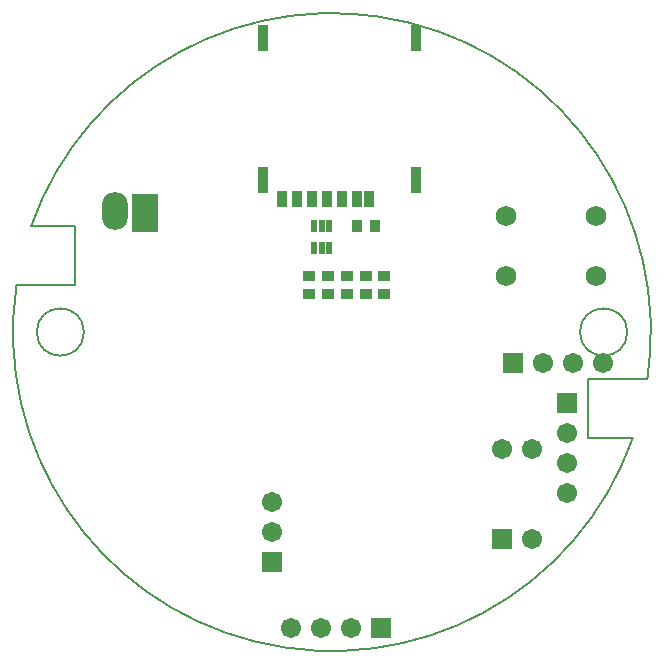
<source format=gbs>
%FSLAX25Y25*%
%MOIN*%
G70*
G01*
G75*
G04 Layer_Color=16711935*
%ADD10R,0.02756X0.03347*%
%ADD11R,0.03347X0.02756*%
%ADD12R,0.03937X0.03150*%
%ADD13R,0.07874X0.06000*%
%ADD14R,0.07000X0.03150*%
%ADD15O,0.07087X0.02362*%
%ADD16O,0.02362X0.07087*%
%ADD17R,0.03937X0.02362*%
%ADD18R,0.02362X0.03937*%
%ADD19R,0.01181X0.02165*%
%ADD20R,0.01181X0.03150*%
%ADD21R,0.02165X0.01181*%
%ADD22R,0.03150X0.01181*%
%ADD23O,0.05500X0.02500*%
%ADD24R,0.05500X0.02500*%
%ADD25R,0.08661X0.11811*%
%ADD26O,0.02500X0.05500*%
%ADD27R,0.02500X0.05500*%
%ADD28O,0.03543X0.01969*%
%ADD29R,0.03543X0.01969*%
%ADD30O,0.03543X0.01969*%
%ADD31C,0.01000*%
%ADD32C,0.00800*%
%ADD33C,0.03000*%
%ADD34C,0.02000*%
%ADD35C,0.04000*%
%ADD36C,0.05000*%
%ADD37C,0.06000*%
%ADD38C,0.00600*%
%ADD39C,0.02500*%
%ADD40C,0.00500*%
%ADD41C,0.06000*%
%ADD42R,0.05906X0.05906*%
%ADD43C,0.05906*%
%ADD44R,0.05906X0.05906*%
%ADD45O,0.07874X0.11811*%
%ADD46R,0.07874X0.11811*%
%ADD47C,0.03000*%
%ADD48C,0.02000*%
%ADD49C,0.05000*%
%ADD50R,0.02559X0.04843*%
%ADD51R,0.02756X0.08268*%
%ADD52R,0.01575X0.03347*%
%ADD53C,0.07000*%
%ADD54C,0.02362*%
%ADD55C,0.00984*%
%ADD56C,0.00787*%
%ADD57R,0.01575X0.11811*%
%ADD58R,0.03556X0.04147*%
%ADD59R,0.04147X0.03556*%
%ADD60R,0.04737X0.03950*%
%ADD61R,0.08674X0.06800*%
%ADD62R,0.07800X0.03950*%
%ADD63O,0.07887X0.03162*%
%ADD64O,0.03162X0.07887*%
%ADD65R,0.04737X0.03162*%
%ADD66R,0.03162X0.04737*%
%ADD67R,0.01981X0.02965*%
%ADD68R,0.01981X0.03950*%
%ADD69R,0.02965X0.01981*%
%ADD70R,0.03950X0.01981*%
%ADD71O,0.06300X0.03300*%
%ADD72R,0.06300X0.03300*%
%ADD73R,0.09461X0.12611*%
%ADD74O,0.03300X0.06300*%
%ADD75R,0.03300X0.06300*%
%ADD76O,0.04343X0.02769*%
%ADD77R,0.04343X0.02769*%
%ADD78O,0.04343X0.02769*%
%ADD79C,0.06800*%
%ADD80R,0.06706X0.06706*%
%ADD81C,0.06706*%
%ADD82R,0.06706X0.06706*%
%ADD83O,0.08674X0.12611*%
%ADD84R,0.08674X0.12611*%
%ADD85R,0.03359X0.05643*%
%ADD86R,0.03556X0.09068*%
%ADD87R,0.02375X0.04147*%
D40*
X98425Y49D02*
G03*
X98425Y0I-7874J-49D01*
G01*
X-82677Y49D02*
G03*
X-82677Y0I-7874J-49D01*
G01*
X-105128Y15737D02*
G03*
X100221Y-35430I105128J-15737D01*
G01*
X105123Y-15766D02*
G03*
X-100244Y35364I-105123J15766D01*
G01*
X85315Y-15748D02*
X105000D01*
X85315Y-35433D02*
X100229D01*
X85315Y-35348D02*
Y-15748D01*
X-85515Y15748D02*
Y35348D01*
X-100199D02*
X-85515D01*
X-105128Y15748D02*
X-85515D01*
D58*
X8394Y35300D02*
D03*
X14300D02*
D03*
D59*
X17500Y18726D02*
D03*
Y12821D02*
D03*
X5000Y18726D02*
D03*
Y12821D02*
D03*
X-1250Y18726D02*
D03*
Y12821D02*
D03*
X-7500Y18726D02*
D03*
Y12821D02*
D03*
X11300Y18732D02*
D03*
Y12826D02*
D03*
D79*
X57933Y18602D02*
D03*
Y38602D02*
D03*
X87934Y18602D02*
D03*
Y38602D02*
D03*
D80*
X16300Y-98800D02*
D03*
X60400Y-10474D02*
D03*
D81*
X6300Y-98800D02*
D03*
X-3700D02*
D03*
X-13700D02*
D03*
X70400Y-10474D02*
D03*
X80400D02*
D03*
X90400D02*
D03*
X-20100Y-56774D02*
D03*
Y-66774D02*
D03*
X66600Y-39100D02*
D03*
X56600D02*
D03*
X66600Y-69100D02*
D03*
X78300Y-33700D02*
D03*
Y-43700D02*
D03*
Y-53700D02*
D03*
D82*
X-20100Y-76774D02*
D03*
X56600Y-69100D02*
D03*
X78300Y-23700D02*
D03*
D83*
X-72400Y40194D02*
D03*
D84*
X-62400Y39800D02*
D03*
D85*
X12200Y44326D02*
D03*
X8460D02*
D03*
X-16540D02*
D03*
X-11540D02*
D03*
X-6540D02*
D03*
X-1540D02*
D03*
X3460D02*
D03*
D86*
X-23115Y50684D02*
D03*
Y97928D02*
D03*
X28027Y50684D02*
D03*
Y97928D02*
D03*
D87*
X-5959Y28084D02*
D03*
X-3400Y35368D02*
D03*
X-5959D02*
D03*
X-3400Y28084D02*
D03*
X-841D02*
D03*
Y35368D02*
D03*
M02*

</source>
